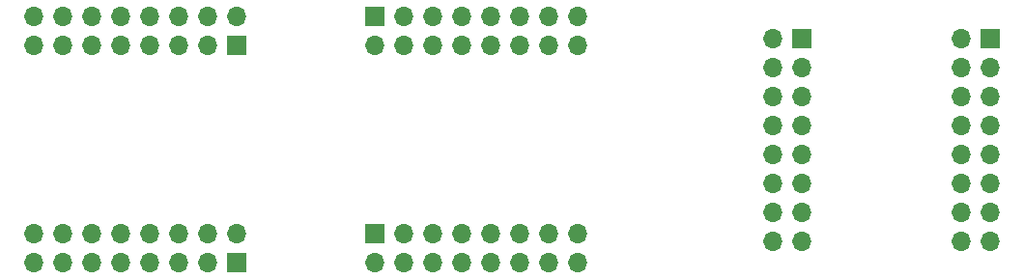
<source format=gbr>
G04 #@! TF.GenerationSoftware,KiCad,Pcbnew,(5.1.0-0)*
G04 #@! TF.CreationDate,2019-05-22T21:16:58-07:00*
G04 #@! TF.ProjectId,eurorack-bus,6575726f-7261-4636-9b2d-6275732e6b69,rev?*
G04 #@! TF.SameCoordinates,Original*
G04 #@! TF.FileFunction,Copper,L2,Bot*
G04 #@! TF.FilePolarity,Positive*
%FSLAX46Y46*%
G04 Gerber Fmt 4.6, Leading zero omitted, Abs format (unit mm)*
G04 Created by KiCad (PCBNEW (5.1.0-0)) date 2019-05-22 21:16:58*
%MOMM*%
%LPD*%
G04 APERTURE LIST*
%ADD10R,1.700000X1.700000*%
%ADD11O,1.700000X1.700000*%
G04 APERTURE END LIST*
D10*
X101600000Y-81280000D03*
D11*
X101600000Y-78740000D03*
X99060000Y-81280000D03*
X99060000Y-78740000D03*
X96520000Y-81280000D03*
X96520000Y-78740000D03*
X93980000Y-81280000D03*
X93980000Y-78740000D03*
X91440000Y-81280000D03*
X91440000Y-78740000D03*
X88900000Y-81280000D03*
X88900000Y-78740000D03*
X86360000Y-81280000D03*
X86360000Y-78740000D03*
X83820000Y-81280000D03*
X83820000Y-78740000D03*
X83820000Y-97790000D03*
X83820000Y-100330000D03*
X86360000Y-97790000D03*
X86360000Y-100330000D03*
X88900000Y-97790000D03*
X88900000Y-100330000D03*
X91440000Y-97790000D03*
X91440000Y-100330000D03*
X93980000Y-97790000D03*
X93980000Y-100330000D03*
X96520000Y-97790000D03*
X96520000Y-100330000D03*
X99060000Y-97790000D03*
X99060000Y-100330000D03*
X101600000Y-97790000D03*
D10*
X101600000Y-100330000D03*
X167640000Y-80645000D03*
D11*
X165100000Y-80645000D03*
X167640000Y-83185000D03*
X165100000Y-83185000D03*
X167640000Y-85725000D03*
X165100000Y-85725000D03*
X167640000Y-88265000D03*
X165100000Y-88265000D03*
X167640000Y-90805000D03*
X165100000Y-90805000D03*
X167640000Y-93345000D03*
X165100000Y-93345000D03*
X167640000Y-95885000D03*
X165100000Y-95885000D03*
X167640000Y-98425000D03*
X165100000Y-98425000D03*
D10*
X113665000Y-78740000D03*
D11*
X113665000Y-81280000D03*
X116205000Y-78740000D03*
X116205000Y-81280000D03*
X118745000Y-78740000D03*
X118745000Y-81280000D03*
X121285000Y-78740000D03*
X121285000Y-81280000D03*
X123825000Y-78740000D03*
X123825000Y-81280000D03*
X126365000Y-78740000D03*
X126365000Y-81280000D03*
X128905000Y-78740000D03*
X128905000Y-81280000D03*
X131445000Y-78740000D03*
X131445000Y-81280000D03*
X131445000Y-100330000D03*
X131445000Y-97790000D03*
X128905000Y-100330000D03*
X128905000Y-97790000D03*
X126365000Y-100330000D03*
X126365000Y-97790000D03*
X123825000Y-100330000D03*
X123825000Y-97790000D03*
X121285000Y-100330000D03*
X121285000Y-97790000D03*
X118745000Y-100330000D03*
X118745000Y-97790000D03*
X116205000Y-100330000D03*
X116205000Y-97790000D03*
X113665000Y-100330000D03*
D10*
X113665000Y-97790000D03*
X151130000Y-80645000D03*
D11*
X148590000Y-80645000D03*
X151130000Y-83185000D03*
X148590000Y-83185000D03*
X151130000Y-85725000D03*
X148590000Y-85725000D03*
X151130000Y-88265000D03*
X148590000Y-88265000D03*
X151130000Y-90805000D03*
X148590000Y-90805000D03*
X151130000Y-93345000D03*
X148590000Y-93345000D03*
X151130000Y-95885000D03*
X148590000Y-95885000D03*
X151130000Y-98425000D03*
X148590000Y-98425000D03*
M02*

</source>
